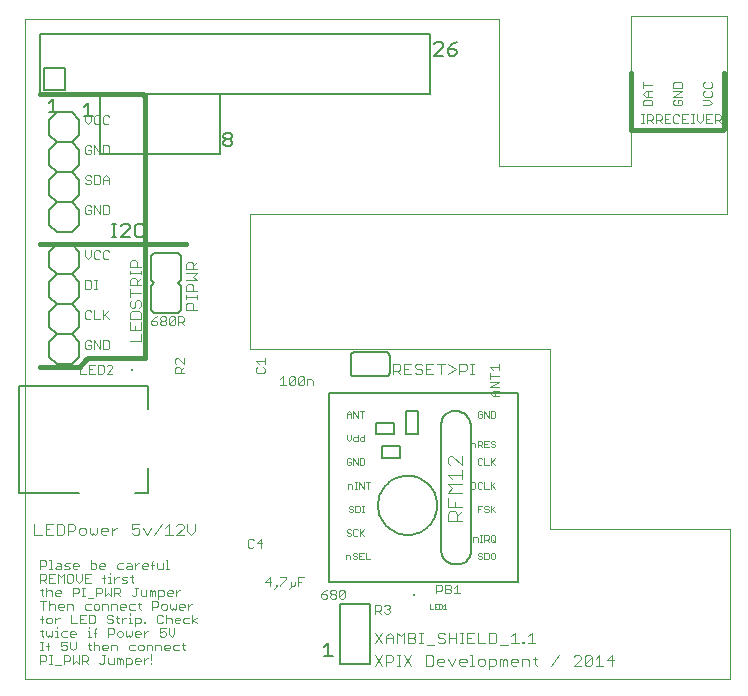
<source format=gto>
G75*
%MOIN*%
%OFA0B0*%
%FSLAX24Y24*%
%IPPOS*%
%LPD*%
%AMOC8*
5,1,8,0,0,1.08239X$1,22.5*
%
%ADD10C,0.0000*%
%ADD11C,0.0160*%
%ADD12C,0.0030*%
%ADD13C,0.0050*%
%ADD14C,0.0040*%
%ADD15C,0.0060*%
%ADD16C,0.0080*%
%ADD17R,0.0098X0.0098*%
%ADD18C,0.0020*%
%ADD19C,0.0010*%
D10*
X005976Y000558D02*
X029476Y000558D01*
X029476Y005558D01*
X023476Y005558D01*
X023476Y011558D01*
X013476Y011558D01*
X013476Y016058D01*
X029376Y016058D01*
X029376Y022658D01*
X026176Y022658D01*
X026176Y017658D01*
X021776Y017658D01*
X021776Y022558D01*
X005976Y022558D01*
X005976Y000558D01*
D11*
X006476Y010958D02*
X007724Y010958D01*
X007813Y010995D02*
X007976Y011158D01*
X007978Y011175D01*
X007982Y011192D01*
X007989Y011208D01*
X007999Y011222D01*
X008012Y011235D01*
X008026Y011245D01*
X008042Y011252D01*
X008059Y011256D01*
X008076Y011258D01*
X009976Y011258D01*
X009976Y014933D01*
X009976Y015183D02*
X009976Y019958D01*
X009974Y019975D01*
X009970Y019992D01*
X009963Y020008D01*
X009953Y020022D01*
X009940Y020035D01*
X009926Y020045D01*
X009910Y020052D01*
X009893Y020056D01*
X009876Y020058D01*
X006476Y020058D01*
X006476Y015058D02*
X011351Y015058D01*
X007812Y010995D02*
X007797Y010982D01*
X007781Y010972D01*
X007763Y010964D01*
X007744Y010960D01*
X007724Y010958D01*
X026176Y018858D02*
X029176Y018858D01*
X029193Y018860D01*
X029210Y018864D01*
X029226Y018871D01*
X029240Y018881D01*
X029253Y018894D01*
X029263Y018908D01*
X029270Y018924D01*
X029274Y018941D01*
X029276Y018958D01*
X029276Y020758D01*
X026176Y020758D02*
X026176Y018858D01*
D12*
X026511Y019103D02*
X026608Y019103D01*
X026559Y019103D02*
X026559Y019393D01*
X026511Y019393D02*
X026608Y019393D01*
X026707Y019393D02*
X026853Y019393D01*
X026901Y019345D01*
X026901Y019248D01*
X026853Y019200D01*
X026707Y019200D01*
X026707Y019103D02*
X026707Y019393D01*
X026804Y019200D02*
X026901Y019103D01*
X027002Y019103D02*
X027002Y019393D01*
X027147Y019393D01*
X027196Y019345D01*
X027196Y019248D01*
X027147Y019200D01*
X027002Y019200D01*
X027099Y019200D02*
X027196Y019103D01*
X027297Y019103D02*
X027297Y019393D01*
X027490Y019393D01*
X027591Y019345D02*
X027591Y019151D01*
X027640Y019103D01*
X027736Y019103D01*
X027785Y019151D01*
X027886Y019103D02*
X027886Y019393D01*
X028080Y019393D01*
X028181Y019393D02*
X028277Y019393D01*
X028229Y019393D02*
X028229Y019103D01*
X028181Y019103D02*
X028277Y019103D01*
X028377Y019200D02*
X028474Y019103D01*
X028571Y019200D01*
X028571Y019393D01*
X028672Y019393D02*
X028672Y019103D01*
X028865Y019103D01*
X028966Y019103D02*
X028966Y019393D01*
X029112Y019393D01*
X029160Y019345D01*
X029160Y019248D01*
X029112Y019200D01*
X028966Y019200D01*
X029063Y019200D02*
X029160Y019103D01*
X028865Y019393D02*
X028672Y019393D01*
X028672Y019248D02*
X028769Y019248D01*
X028377Y019200D02*
X028377Y019393D01*
X028080Y019103D02*
X027886Y019103D01*
X027886Y019248D02*
X027983Y019248D01*
X027785Y019345D02*
X027736Y019393D01*
X027640Y019393D01*
X027591Y019345D01*
X027393Y019248D02*
X027297Y019248D01*
X027297Y019103D02*
X027490Y019103D01*
X027639Y019689D02*
X027833Y019689D01*
X027881Y019737D01*
X027881Y019834D01*
X027833Y019883D01*
X027736Y019883D01*
X027736Y019786D01*
X027639Y019883D02*
X027591Y019834D01*
X027591Y019737D01*
X027639Y019689D01*
X027591Y019984D02*
X027881Y020177D01*
X027591Y020177D01*
X027591Y020278D02*
X027591Y020424D01*
X027639Y020472D01*
X027833Y020472D01*
X027881Y020424D01*
X027881Y020278D01*
X027591Y020278D01*
X027591Y019984D02*
X027881Y019984D01*
X028591Y020032D02*
X028639Y019984D01*
X028833Y019984D01*
X028881Y020032D01*
X028881Y020129D01*
X028833Y020177D01*
X028833Y020278D02*
X028881Y020327D01*
X028881Y020424D01*
X028833Y020472D01*
X028833Y020278D02*
X028639Y020278D01*
X028591Y020327D01*
X028591Y020424D01*
X028639Y020472D01*
X028639Y020177D02*
X028591Y020129D01*
X028591Y020032D01*
X028591Y019883D02*
X028784Y019883D01*
X028881Y019786D01*
X028784Y019689D01*
X028591Y019689D01*
X026881Y019689D02*
X026881Y019834D01*
X026833Y019883D01*
X026639Y019883D01*
X026591Y019834D01*
X026591Y019689D01*
X026881Y019689D01*
X026881Y019984D02*
X026687Y019984D01*
X026591Y020081D01*
X026687Y020177D01*
X026881Y020177D01*
X026736Y020177D02*
X026736Y019984D01*
X026591Y020278D02*
X026591Y020472D01*
X026591Y020375D02*
X026881Y020375D01*
X013961Y011261D02*
X013961Y011068D01*
X013961Y011164D02*
X013671Y011164D01*
X013767Y011068D01*
X013719Y010967D02*
X013671Y010918D01*
X013671Y010821D01*
X013719Y010773D01*
X013913Y010773D01*
X013961Y010821D01*
X013961Y010918D01*
X013913Y010967D01*
X014491Y010567D02*
X014588Y010663D01*
X014588Y010373D01*
X014684Y010373D02*
X014491Y010373D01*
X014786Y010421D02*
X014786Y010615D01*
X014834Y010663D01*
X014931Y010663D01*
X014979Y010615D01*
X014786Y010421D01*
X014834Y010373D01*
X014931Y010373D01*
X014979Y010421D01*
X014979Y010615D01*
X015080Y010615D02*
X015129Y010663D01*
X015225Y010663D01*
X015274Y010615D01*
X015080Y010421D01*
X015129Y010373D01*
X015225Y010373D01*
X015274Y010421D01*
X015274Y010615D01*
X015375Y010567D02*
X015520Y010567D01*
X015568Y010518D01*
X015568Y010373D01*
X015375Y010373D02*
X015375Y010567D01*
X015080Y010615D02*
X015080Y010421D01*
X011261Y010773D02*
X010971Y010773D01*
X010971Y010918D01*
X011019Y010967D01*
X011116Y010967D01*
X011164Y010918D01*
X011164Y010773D01*
X011164Y010870D02*
X011261Y010967D01*
X011261Y011068D02*
X011067Y011261D01*
X011019Y011261D01*
X010971Y011213D01*
X010971Y011116D01*
X011019Y011068D01*
X011261Y011068D02*
X011261Y011261D01*
X011268Y012373D02*
X011172Y012470D01*
X011220Y012470D02*
X011075Y012470D01*
X011075Y012373D02*
X011075Y012663D01*
X011220Y012663D01*
X011268Y012615D01*
X011268Y012518D01*
X011220Y012470D01*
X010974Y012421D02*
X010974Y012615D01*
X010780Y012421D01*
X010829Y012373D01*
X010925Y012373D01*
X010974Y012421D01*
X010780Y012421D02*
X010780Y012615D01*
X010829Y012663D01*
X010925Y012663D01*
X010974Y012615D01*
X010679Y012615D02*
X010679Y012567D01*
X010631Y012518D01*
X010534Y012518D01*
X010486Y012567D01*
X010486Y012615D01*
X010534Y012663D01*
X010631Y012663D01*
X010679Y012615D01*
X010631Y012518D02*
X010679Y012470D01*
X010679Y012421D01*
X010631Y012373D01*
X010534Y012373D01*
X010486Y012421D01*
X010486Y012470D01*
X010534Y012518D01*
X010384Y012470D02*
X010336Y012518D01*
X010191Y012518D01*
X010191Y012421D01*
X010239Y012373D01*
X010336Y012373D01*
X010384Y012421D01*
X010384Y012470D01*
X010288Y012615D02*
X010191Y012518D01*
X010288Y012615D02*
X010384Y012663D01*
X008774Y012573D02*
X008629Y012718D01*
X008580Y012670D02*
X008774Y012863D01*
X008580Y012863D02*
X008580Y012573D01*
X008479Y012573D02*
X008286Y012573D01*
X008286Y012863D01*
X008184Y012815D02*
X008136Y012863D01*
X008039Y012863D01*
X007991Y012815D01*
X007991Y012621D01*
X008039Y012573D01*
X008136Y012573D01*
X008184Y012621D01*
X008136Y011863D02*
X008039Y011863D01*
X007991Y011815D01*
X007991Y011621D01*
X008039Y011573D01*
X008136Y011573D01*
X008184Y011621D01*
X008184Y011718D01*
X008088Y011718D01*
X008184Y011815D02*
X008136Y011863D01*
X008286Y011863D02*
X008479Y011573D01*
X008479Y011863D01*
X008580Y011863D02*
X008725Y011863D01*
X008774Y011815D01*
X008774Y011621D01*
X008725Y011573D01*
X008580Y011573D01*
X008580Y011863D01*
X008286Y011863D02*
X008286Y011573D01*
X008301Y011043D02*
X008107Y011043D01*
X008107Y010753D01*
X008301Y010753D01*
X008402Y010753D02*
X008547Y010753D01*
X008595Y010801D01*
X008595Y010995D01*
X008547Y011043D01*
X008402Y011043D01*
X008402Y010753D01*
X008204Y010898D02*
X008107Y010898D01*
X008006Y010753D02*
X007812Y010753D01*
X007812Y011043D01*
X008696Y010995D02*
X008745Y011043D01*
X008841Y011043D01*
X008890Y010995D01*
X008890Y010947D01*
X008696Y010753D01*
X008890Y010753D01*
X008382Y013573D02*
X008286Y013573D01*
X008334Y013573D02*
X008334Y013863D01*
X008286Y013863D02*
X008382Y013863D01*
X008184Y013815D02*
X008136Y013863D01*
X007991Y013863D01*
X007991Y013573D01*
X008136Y013573D01*
X008184Y013621D01*
X008184Y013815D01*
X008088Y014573D02*
X008184Y014670D01*
X008184Y014863D01*
X008286Y014815D02*
X008286Y014621D01*
X008334Y014573D01*
X008431Y014573D01*
X008479Y014621D01*
X008580Y014621D02*
X008629Y014573D01*
X008725Y014573D01*
X008774Y014621D01*
X008580Y014621D02*
X008580Y014815D01*
X008629Y014863D01*
X008725Y014863D01*
X008774Y014815D01*
X008479Y014815D02*
X008431Y014863D01*
X008334Y014863D01*
X008286Y014815D01*
X007991Y014863D02*
X007991Y014670D01*
X008088Y014573D01*
X008039Y016073D02*
X008136Y016073D01*
X008184Y016121D01*
X008184Y016218D01*
X008088Y016218D01*
X008184Y016315D02*
X008136Y016363D01*
X008039Y016363D01*
X007991Y016315D01*
X007991Y016121D01*
X008039Y016073D01*
X008286Y016073D02*
X008286Y016363D01*
X008479Y016073D01*
X008479Y016363D01*
X008580Y016363D02*
X008580Y016073D01*
X008725Y016073D01*
X008774Y016121D01*
X008774Y016315D01*
X008725Y016363D01*
X008580Y016363D01*
X008580Y017073D02*
X008580Y017267D01*
X008677Y017363D01*
X008774Y017267D01*
X008774Y017073D01*
X008774Y017218D02*
X008580Y017218D01*
X008479Y017121D02*
X008479Y017315D01*
X008431Y017363D01*
X008286Y017363D01*
X008286Y017073D01*
X008431Y017073D01*
X008479Y017121D01*
X008184Y017121D02*
X008136Y017073D01*
X008039Y017073D01*
X007991Y017121D01*
X008039Y017218D02*
X008136Y017218D01*
X008184Y017170D01*
X008184Y017121D01*
X008039Y017218D02*
X007991Y017267D01*
X007991Y017315D01*
X008039Y017363D01*
X008136Y017363D01*
X008184Y017315D01*
X008136Y018073D02*
X008039Y018073D01*
X007991Y018121D01*
X007991Y018315D01*
X008039Y018363D01*
X008136Y018363D01*
X008184Y018315D01*
X008184Y018218D02*
X008088Y018218D01*
X008184Y018218D02*
X008184Y018121D01*
X008136Y018073D01*
X008286Y018073D02*
X008286Y018363D01*
X008479Y018073D01*
X008479Y018363D01*
X008580Y018363D02*
X008580Y018073D01*
X008725Y018073D01*
X008774Y018121D01*
X008774Y018315D01*
X008725Y018363D01*
X008580Y018363D01*
X008629Y019073D02*
X008725Y019073D01*
X008774Y019121D01*
X008629Y019073D02*
X008580Y019121D01*
X008580Y019315D01*
X008629Y019363D01*
X008725Y019363D01*
X008774Y019315D01*
X008479Y019315D02*
X008431Y019363D01*
X008334Y019363D01*
X008286Y019315D01*
X008286Y019121D01*
X008334Y019073D01*
X008431Y019073D01*
X008479Y019121D01*
X008184Y019170D02*
X008184Y019363D01*
X007991Y019363D02*
X007991Y019170D01*
X008088Y019073D01*
X008184Y019170D01*
X021491Y010975D02*
X021781Y010975D01*
X021781Y010878D02*
X021781Y011072D01*
X021587Y010878D02*
X021491Y010975D01*
X021491Y010777D02*
X021491Y010584D01*
X021491Y010681D02*
X021781Y010681D01*
X021781Y010483D02*
X021491Y010483D01*
X021491Y010289D02*
X021781Y010483D01*
X021781Y010289D02*
X021491Y010289D01*
X021587Y010188D02*
X021781Y010188D01*
X021636Y010188D02*
X021636Y009994D01*
X021587Y009994D02*
X021491Y010091D01*
X021587Y010188D01*
X021587Y009994D02*
X021781Y009994D01*
X013841Y005243D02*
X013696Y005098D01*
X013890Y005098D01*
X013841Y004953D02*
X013841Y005243D01*
X013595Y005195D02*
X013547Y005243D01*
X013450Y005243D01*
X013402Y005195D01*
X013402Y005001D01*
X013450Y004953D01*
X013547Y004953D01*
X013595Y005001D01*
X014136Y003963D02*
X013991Y003818D01*
X014184Y003818D01*
X014136Y003673D02*
X014136Y003963D01*
X014334Y003721D02*
X014334Y003673D01*
X014382Y003673D01*
X014382Y003721D01*
X014334Y003721D01*
X014382Y003673D02*
X014286Y003576D01*
X014482Y003673D02*
X014482Y003721D01*
X014676Y003915D01*
X014676Y003963D01*
X014482Y003963D01*
X014825Y003818D02*
X014825Y003721D01*
X014825Y003625D01*
X014777Y003576D01*
X014873Y003673D02*
X014922Y003673D01*
X014970Y003721D01*
X014970Y003818D01*
X015071Y003818D02*
X015168Y003818D01*
X015071Y003673D02*
X015071Y003963D01*
X015265Y003963D01*
X014873Y003673D02*
X014825Y003721D01*
X015857Y003398D02*
X016002Y003398D01*
X016051Y003350D01*
X016051Y003301D01*
X016002Y003253D01*
X015905Y003253D01*
X015857Y003301D01*
X015857Y003398D01*
X015954Y003495D01*
X016051Y003543D01*
X016152Y003495D02*
X016200Y003543D01*
X016297Y003543D01*
X016345Y003495D01*
X016345Y003447D01*
X016297Y003398D01*
X016200Y003398D01*
X016152Y003447D01*
X016152Y003495D01*
X016200Y003398D02*
X016152Y003350D01*
X016152Y003301D01*
X016200Y003253D01*
X016297Y003253D01*
X016345Y003301D01*
X016345Y003350D01*
X016297Y003398D01*
X016446Y003301D02*
X016640Y003495D01*
X016640Y003301D01*
X016591Y003253D01*
X016495Y003253D01*
X016446Y003301D01*
X016446Y003495D01*
X016495Y003543D01*
X016591Y003543D01*
X016640Y003495D01*
X017652Y003043D02*
X017797Y003043D01*
X017845Y002995D01*
X017845Y002898D01*
X017797Y002850D01*
X017652Y002850D01*
X017748Y002850D02*
X017845Y002753D01*
X017946Y002801D02*
X017995Y002753D01*
X018091Y002753D01*
X018140Y002801D01*
X018140Y002850D01*
X018091Y002898D01*
X018043Y002898D01*
X018091Y002898D02*
X018140Y002947D01*
X018140Y002995D01*
X018091Y003043D01*
X017995Y003043D01*
X017946Y002995D01*
X017652Y003043D02*
X017652Y002753D01*
X019691Y003423D02*
X019691Y003713D01*
X019836Y003713D01*
X019884Y003665D01*
X019884Y003568D01*
X019836Y003520D01*
X019691Y003520D01*
X019986Y003568D02*
X020131Y003568D01*
X020179Y003520D01*
X020179Y003471D01*
X020131Y003423D01*
X019986Y003423D01*
X019986Y003713D01*
X020131Y003713D01*
X020179Y003665D01*
X020179Y003617D01*
X020131Y003568D01*
X020280Y003617D02*
X020377Y003713D01*
X020377Y003423D01*
X020280Y003423D02*
X020474Y003423D01*
X011694Y002620D02*
X011549Y002523D01*
X011694Y002427D01*
X011549Y002427D02*
X011549Y002717D01*
X011448Y002620D02*
X011303Y002620D01*
X011255Y002572D01*
X011255Y002475D01*
X011303Y002427D01*
X011448Y002427D01*
X011153Y002523D02*
X010960Y002523D01*
X010960Y002475D02*
X010960Y002572D01*
X011008Y002620D01*
X011105Y002620D01*
X011153Y002572D01*
X011153Y002523D01*
X011105Y002427D02*
X011008Y002427D01*
X010960Y002475D01*
X010859Y002427D02*
X010859Y002572D01*
X010810Y002620D01*
X010714Y002620D01*
X010665Y002572D01*
X010564Y002669D02*
X010516Y002717D01*
X010419Y002717D01*
X010371Y002669D01*
X010371Y002475D01*
X010419Y002427D01*
X010516Y002427D01*
X010564Y002475D01*
X010665Y002427D02*
X010665Y002717D01*
X010663Y002878D02*
X010566Y002878D01*
X010518Y002926D01*
X010518Y003023D01*
X010566Y003071D01*
X010663Y003071D01*
X010711Y003023D01*
X010711Y002926D01*
X010663Y002878D01*
X010813Y002926D02*
X010861Y002878D01*
X010909Y002926D01*
X010958Y002878D01*
X011006Y002926D01*
X011006Y003071D01*
X011107Y003023D02*
X011156Y003071D01*
X011252Y003071D01*
X011301Y003023D01*
X011301Y002975D01*
X011107Y002975D01*
X011107Y003023D02*
X011107Y002926D01*
X011156Y002878D01*
X011252Y002878D01*
X011402Y002878D02*
X011402Y003071D01*
X011402Y002975D02*
X011499Y003071D01*
X011547Y003071D01*
X011154Y003523D02*
X011106Y003523D01*
X011009Y003426D01*
X011009Y003329D02*
X011009Y003523D01*
X010908Y003474D02*
X010908Y003426D01*
X010714Y003426D01*
X010714Y003474D02*
X010763Y003523D01*
X010859Y003523D01*
X010908Y003474D01*
X010859Y003329D02*
X010763Y003329D01*
X010714Y003377D01*
X010714Y003474D01*
X010613Y003474D02*
X010613Y003377D01*
X010565Y003329D01*
X010420Y003329D01*
X010420Y003232D02*
X010420Y003523D01*
X010565Y003523D01*
X010613Y003474D01*
X010319Y003474D02*
X010319Y003329D01*
X010222Y003329D02*
X010222Y003474D01*
X010270Y003523D01*
X010319Y003474D01*
X010222Y003474D02*
X010173Y003523D01*
X010125Y003523D01*
X010125Y003329D01*
X010024Y003329D02*
X010024Y003523D01*
X009830Y003523D02*
X009830Y003377D01*
X009879Y003329D01*
X010024Y003329D01*
X010223Y003168D02*
X010368Y003168D01*
X010417Y003120D01*
X010417Y003023D01*
X010368Y002975D01*
X010223Y002975D01*
X010223Y002878D02*
X010223Y003168D01*
X009829Y003071D02*
X009732Y003071D01*
X009781Y003120D02*
X009781Y002926D01*
X009829Y002878D01*
X009631Y002878D02*
X009486Y002878D01*
X009438Y002926D01*
X009438Y003023D01*
X009486Y003071D01*
X009631Y003071D01*
X009632Y003329D02*
X009681Y003377D01*
X009681Y003619D01*
X009729Y003619D02*
X009632Y003619D01*
X009583Y003780D02*
X009535Y003829D01*
X009535Y004022D01*
X009487Y003974D02*
X009583Y003974D01*
X009385Y003974D02*
X009240Y003974D01*
X009192Y003925D01*
X009240Y003877D01*
X009337Y003877D01*
X009385Y003829D01*
X009337Y003780D01*
X009192Y003780D01*
X009092Y003619D02*
X008946Y003619D01*
X008946Y003329D01*
X008946Y003426D02*
X009092Y003426D01*
X009140Y003474D01*
X009140Y003571D01*
X009092Y003619D01*
X009043Y003426D02*
X009140Y003329D01*
X009191Y003071D02*
X009288Y003071D01*
X009336Y003023D01*
X009336Y002975D01*
X009143Y002975D01*
X009143Y003023D02*
X009191Y003071D01*
X009143Y003023D02*
X009143Y002926D01*
X009191Y002878D01*
X009288Y002878D01*
X009486Y002765D02*
X009486Y002717D01*
X009486Y002620D02*
X009486Y002427D01*
X009438Y002427D02*
X009534Y002427D01*
X009634Y002427D02*
X009779Y002427D01*
X009827Y002475D01*
X009827Y002572D01*
X009779Y002620D01*
X009634Y002620D01*
X009634Y002330D01*
X009682Y002169D02*
X009779Y002169D01*
X009827Y002121D01*
X009827Y002072D01*
X009634Y002072D01*
X009634Y002024D02*
X009634Y002121D01*
X009682Y002169D01*
X009533Y002169D02*
X009533Y002024D01*
X009484Y001975D01*
X009436Y002024D01*
X009388Y001975D01*
X009339Y002024D01*
X009339Y002169D01*
X009238Y002121D02*
X009190Y002169D01*
X009093Y002169D01*
X009045Y002121D01*
X009045Y002024D01*
X009093Y001975D01*
X009190Y001975D01*
X009238Y002024D01*
X009238Y002121D01*
X008943Y002121D02*
X008895Y002072D01*
X008750Y002072D01*
X008750Y001975D02*
X008750Y002266D01*
X008895Y002266D01*
X008943Y002217D01*
X008943Y002121D01*
X008846Y002427D02*
X008749Y002427D01*
X008701Y002475D01*
X008749Y002572D02*
X008846Y002572D01*
X008894Y002523D01*
X008894Y002475D01*
X008846Y002427D01*
X008749Y002572D02*
X008701Y002620D01*
X008701Y002669D01*
X008749Y002717D01*
X008846Y002717D01*
X008894Y002669D01*
X008996Y002620D02*
X009092Y002620D01*
X009044Y002669D02*
X009044Y002475D01*
X009092Y002427D01*
X009192Y002427D02*
X009192Y002620D01*
X009192Y002523D02*
X009289Y002620D01*
X009337Y002620D01*
X009438Y002620D02*
X009486Y002620D01*
X009929Y002475D02*
X009977Y002475D01*
X009977Y002427D01*
X009929Y002427D01*
X009929Y002475D01*
X009929Y002169D02*
X009929Y001975D01*
X009929Y002072D02*
X010025Y002169D01*
X010074Y002169D01*
X009779Y001975D02*
X009682Y001975D01*
X009634Y002024D01*
X009631Y001718D02*
X009486Y001718D01*
X009438Y001669D01*
X009438Y001573D01*
X009486Y001524D01*
X009631Y001524D01*
X009732Y001573D02*
X009781Y001524D01*
X009877Y001524D01*
X009926Y001573D01*
X009926Y001669D01*
X009877Y001718D01*
X009781Y001718D01*
X009732Y001669D01*
X009732Y001573D01*
X010027Y001524D02*
X010027Y001718D01*
X010172Y001718D01*
X010220Y001669D01*
X010220Y001524D01*
X010321Y001524D02*
X010321Y001718D01*
X010467Y001718D01*
X010515Y001669D01*
X010515Y001524D01*
X010616Y001573D02*
X010616Y001669D01*
X010664Y001718D01*
X010761Y001718D01*
X010810Y001669D01*
X010810Y001621D01*
X010616Y001621D01*
X010616Y001573D02*
X010664Y001524D01*
X010761Y001524D01*
X010911Y001573D02*
X010959Y001524D01*
X011104Y001524D01*
X011254Y001573D02*
X011302Y001524D01*
X011254Y001573D02*
X011254Y001766D01*
X011302Y001718D02*
X011205Y001718D01*
X011104Y001718D02*
X010959Y001718D01*
X010911Y001669D01*
X010911Y001573D01*
X010860Y001975D02*
X010957Y002072D01*
X010957Y002266D01*
X010763Y002266D02*
X010763Y002072D01*
X010860Y001975D01*
X010662Y002024D02*
X010614Y001975D01*
X010517Y001975D01*
X010469Y002024D01*
X010469Y002121D02*
X010566Y002169D01*
X010614Y002169D01*
X010662Y002121D01*
X010662Y002024D01*
X010469Y002121D02*
X010469Y002266D01*
X010662Y002266D01*
X010813Y002926D02*
X010813Y003071D01*
X009632Y003329D02*
X009584Y003329D01*
X009536Y003377D01*
X009042Y003023D02*
X008993Y003071D01*
X008848Y003071D01*
X008848Y002878D01*
X008747Y002878D02*
X008747Y003023D01*
X008699Y003071D01*
X008554Y003071D01*
X008554Y002878D01*
X008452Y002926D02*
X008452Y003023D01*
X008404Y003071D01*
X008307Y003071D01*
X008259Y003023D01*
X008259Y002926D01*
X008307Y002878D01*
X008404Y002878D01*
X008452Y002926D01*
X008257Y002717D02*
X008112Y002717D01*
X008112Y002427D01*
X008257Y002427D01*
X008305Y002475D01*
X008305Y002669D01*
X008257Y002717D01*
X008158Y002878D02*
X008013Y002878D01*
X007964Y002926D01*
X007964Y003023D01*
X008013Y003071D01*
X008158Y003071D01*
X008062Y003281D02*
X008256Y003281D01*
X008357Y003329D02*
X008357Y003619D01*
X008502Y003619D01*
X008551Y003571D01*
X008551Y003474D01*
X008502Y003426D01*
X008357Y003426D01*
X008652Y003329D02*
X008652Y003619D01*
X008602Y003780D02*
X008602Y004022D01*
X008650Y004071D01*
X008750Y003974D02*
X008798Y003974D01*
X008798Y003780D01*
X008750Y003780D02*
X008847Y003780D01*
X008946Y003780D02*
X008946Y003974D01*
X008946Y003877D02*
X009043Y003974D01*
X009092Y003974D01*
X009093Y004231D02*
X009238Y004231D01*
X009339Y004280D02*
X009388Y004328D01*
X009533Y004328D01*
X009533Y004377D02*
X009533Y004231D01*
X009388Y004231D01*
X009339Y004280D01*
X009388Y004425D02*
X009484Y004425D01*
X009533Y004377D01*
X009634Y004425D02*
X009634Y004231D01*
X009634Y004328D02*
X009731Y004425D01*
X009779Y004425D01*
X009879Y004377D02*
X009879Y004280D01*
X009928Y004231D01*
X010025Y004231D01*
X010073Y004328D02*
X009879Y004328D01*
X009879Y004377D02*
X009928Y004425D01*
X010025Y004425D01*
X010073Y004377D01*
X010073Y004328D01*
X010174Y004377D02*
X010271Y004377D01*
X010223Y004473D02*
X010271Y004522D01*
X010223Y004473D02*
X010223Y004231D01*
X010371Y004280D02*
X010371Y004425D01*
X010371Y004280D02*
X010419Y004231D01*
X010564Y004231D01*
X010564Y004425D01*
X010665Y004522D02*
X010714Y004522D01*
X010714Y004231D01*
X010762Y004231D02*
X010665Y004231D01*
X009238Y004425D02*
X009093Y004425D01*
X009045Y004377D01*
X009045Y004280D01*
X009093Y004231D01*
X008798Y004119D02*
X008798Y004071D01*
X008650Y003925D02*
X008554Y003925D01*
X008600Y004231D02*
X008504Y004231D01*
X008455Y004280D01*
X008455Y004377D01*
X008504Y004425D01*
X008600Y004425D01*
X008649Y004377D01*
X008649Y004328D01*
X008455Y004328D01*
X008354Y004280D02*
X008354Y004377D01*
X008306Y004425D01*
X008161Y004425D01*
X008161Y004522D02*
X008161Y004231D01*
X008306Y004231D01*
X008354Y004280D01*
X008158Y004071D02*
X007964Y004071D01*
X007964Y003780D01*
X008158Y003780D01*
X008061Y003925D02*
X007964Y003925D01*
X007863Y003877D02*
X007863Y004071D01*
X007670Y004071D02*
X007670Y003877D01*
X007766Y003780D01*
X007863Y003877D01*
X007866Y003619D02*
X007963Y003619D01*
X007914Y003619D02*
X007914Y003329D01*
X007866Y003329D02*
X007963Y003329D01*
X007765Y003474D02*
X007716Y003426D01*
X007571Y003426D01*
X007571Y003329D02*
X007571Y003619D01*
X007716Y003619D01*
X007765Y003571D01*
X007765Y003474D01*
X007520Y003071D02*
X007568Y003023D01*
X007568Y002878D01*
X007522Y002717D02*
X007522Y002427D01*
X007716Y002427D01*
X007817Y002427D02*
X008010Y002427D01*
X008111Y002314D02*
X008111Y002266D01*
X008111Y002169D02*
X008111Y001975D01*
X008159Y001975D02*
X008062Y001975D01*
X008062Y002169D02*
X008111Y002169D01*
X008259Y002121D02*
X008356Y002121D01*
X008307Y002217D02*
X008356Y002266D01*
X008307Y002217D02*
X008307Y001975D01*
X008259Y001815D02*
X008259Y001524D01*
X008159Y001524D02*
X008111Y001573D01*
X008111Y001766D01*
X008159Y001718D02*
X008062Y001718D01*
X008259Y001669D02*
X008307Y001718D01*
X008404Y001718D01*
X008452Y001669D01*
X008452Y001524D01*
X008554Y001573D02*
X008554Y001669D01*
X008602Y001718D01*
X008699Y001718D01*
X008747Y001669D01*
X008747Y001621D01*
X008554Y001621D01*
X008554Y001573D02*
X008602Y001524D01*
X008699Y001524D01*
X008848Y001524D02*
X008848Y001718D01*
X008993Y001718D01*
X009042Y001669D01*
X009042Y001524D01*
X009045Y001267D02*
X009093Y001267D01*
X009141Y001218D01*
X009190Y001267D01*
X009238Y001218D01*
X009238Y001073D01*
X009141Y001073D02*
X009141Y001218D01*
X009045Y001267D02*
X009045Y001073D01*
X008943Y001073D02*
X008943Y001267D01*
X008750Y001267D02*
X008750Y001121D01*
X008798Y001073D01*
X008943Y001073D01*
X008600Y001121D02*
X008600Y001363D01*
X008552Y001363D02*
X008649Y001363D01*
X008600Y001121D02*
X008552Y001073D01*
X008504Y001073D01*
X008455Y001121D01*
X008060Y001073D02*
X007963Y001170D01*
X008011Y001170D02*
X007866Y001170D01*
X007866Y001073D02*
X007866Y001363D01*
X008011Y001363D01*
X008060Y001315D01*
X008060Y001218D01*
X008011Y001170D01*
X007765Y001073D02*
X007765Y001363D01*
X007571Y001363D02*
X007571Y001073D01*
X007668Y001170D01*
X007765Y001073D01*
X007470Y001218D02*
X007470Y001315D01*
X007422Y001363D01*
X007277Y001363D01*
X007277Y001073D01*
X007277Y001170D02*
X007422Y001170D01*
X007470Y001218D01*
X007176Y001025D02*
X006982Y001025D01*
X006882Y001073D02*
X006786Y001073D01*
X006834Y001073D02*
X006834Y001363D01*
X006786Y001363D02*
X006882Y001363D01*
X006684Y001315D02*
X006684Y001218D01*
X006636Y001170D01*
X006491Y001170D01*
X006491Y001073D02*
X006491Y001363D01*
X006636Y001363D01*
X006684Y001315D01*
X006736Y001524D02*
X006736Y001766D01*
X006784Y001815D01*
X006784Y001669D02*
X006687Y001669D01*
X006588Y001524D02*
X006491Y001524D01*
X006539Y001524D02*
X006539Y001815D01*
X006491Y001815D02*
X006588Y001815D01*
X006588Y001975D02*
X006539Y002024D01*
X006539Y002217D01*
X006491Y002169D02*
X006588Y002169D01*
X006687Y002169D02*
X006687Y002024D01*
X006736Y001975D01*
X006784Y002024D01*
X006833Y001975D01*
X006881Y002024D01*
X006881Y002169D01*
X006982Y002169D02*
X007030Y002169D01*
X007030Y001975D01*
X006982Y001975D02*
X007079Y001975D01*
X007179Y002024D02*
X007227Y001975D01*
X007372Y001975D01*
X007473Y002024D02*
X007522Y001975D01*
X007618Y001975D01*
X007667Y002072D02*
X007473Y002072D01*
X007473Y002024D02*
X007473Y002121D01*
X007522Y002169D01*
X007618Y002169D01*
X007667Y002121D01*
X007667Y002072D01*
X007667Y001815D02*
X007667Y001621D01*
X007570Y001524D01*
X007473Y001621D01*
X007473Y001815D01*
X007372Y001815D02*
X007179Y001815D01*
X007179Y001669D01*
X007275Y001718D01*
X007324Y001718D01*
X007372Y001669D01*
X007372Y001573D01*
X007324Y001524D01*
X007227Y001524D01*
X007179Y001573D01*
X007179Y002024D02*
X007179Y002121D01*
X007227Y002169D01*
X007372Y002169D01*
X007030Y002266D02*
X007030Y002314D01*
X006982Y002427D02*
X006982Y002620D01*
X006982Y002523D02*
X007079Y002620D01*
X007127Y002620D01*
X006881Y002572D02*
X006833Y002620D01*
X006736Y002620D01*
X006687Y002572D01*
X006687Y002475D01*
X006736Y002427D01*
X006833Y002427D01*
X006881Y002475D01*
X006881Y002572D01*
X006588Y002572D02*
X006491Y002572D01*
X006539Y002669D02*
X006588Y002717D01*
X006539Y002669D02*
X006539Y002427D01*
X006588Y002878D02*
X006588Y003168D01*
X006684Y003168D02*
X006491Y003168D01*
X006588Y003329D02*
X006539Y003377D01*
X006539Y003571D01*
X006491Y003523D02*
X006588Y003523D01*
X006687Y003474D02*
X006736Y003523D01*
X006833Y003523D01*
X006881Y003474D01*
X006881Y003329D01*
X006982Y003377D02*
X006982Y003474D01*
X007030Y003523D01*
X007127Y003523D01*
X007176Y003474D01*
X007176Y003426D01*
X006982Y003426D01*
X006982Y003377D02*
X007030Y003329D01*
X007127Y003329D01*
X007129Y003071D02*
X007225Y003071D01*
X007274Y003023D01*
X007274Y002975D01*
X007080Y002975D01*
X007080Y003023D02*
X007129Y003071D01*
X007080Y003023D02*
X007080Y002926D01*
X007129Y002878D01*
X007225Y002878D01*
X007375Y002878D02*
X007375Y003071D01*
X007520Y003071D01*
X006979Y003023D02*
X006979Y002878D01*
X006979Y003023D02*
X006931Y003071D01*
X006834Y003071D01*
X006786Y003023D01*
X006786Y003168D02*
X006786Y002878D01*
X006687Y003329D02*
X006687Y003619D01*
X006684Y003780D02*
X006588Y003877D01*
X006636Y003877D02*
X006491Y003877D01*
X006491Y003780D02*
X006491Y004071D01*
X006636Y004071D01*
X006684Y004022D01*
X006684Y003925D01*
X006636Y003877D01*
X006786Y003925D02*
X006882Y003925D01*
X006786Y003780D02*
X006979Y003780D01*
X007080Y003780D02*
X007080Y004071D01*
X007177Y003974D01*
X007274Y004071D01*
X007274Y003780D01*
X007375Y003829D02*
X007423Y003780D01*
X007520Y003780D01*
X007568Y003829D01*
X007568Y004022D01*
X007520Y004071D01*
X007423Y004071D01*
X007375Y004022D01*
X007375Y003829D01*
X007422Y004231D02*
X007470Y004280D01*
X007422Y004328D01*
X007325Y004328D01*
X007277Y004377D01*
X007325Y004425D01*
X007470Y004425D01*
X007571Y004377D02*
X007620Y004425D01*
X007716Y004425D01*
X007765Y004377D01*
X007765Y004328D01*
X007571Y004328D01*
X007571Y004280D02*
X007571Y004377D01*
X007571Y004280D02*
X007620Y004231D01*
X007716Y004231D01*
X007422Y004231D02*
X007277Y004231D01*
X007176Y004231D02*
X007176Y004377D01*
X007127Y004425D01*
X007030Y004425D01*
X007030Y004328D02*
X007176Y004328D01*
X007176Y004231D02*
X007030Y004231D01*
X006982Y004280D01*
X007030Y004328D01*
X006882Y004231D02*
X006786Y004231D01*
X006834Y004231D02*
X006834Y004522D01*
X006786Y004522D01*
X006684Y004473D02*
X006684Y004377D01*
X006636Y004328D01*
X006491Y004328D01*
X006491Y004231D02*
X006491Y004522D01*
X006636Y004522D01*
X006684Y004473D01*
X006786Y004071D02*
X006786Y003780D01*
X006786Y004071D02*
X006979Y004071D01*
X008652Y003329D02*
X008749Y003426D01*
X008845Y003329D01*
X008845Y003619D01*
X009042Y003023D02*
X009042Y002878D01*
X008010Y002717D02*
X007817Y002717D01*
X007817Y002427D01*
X007817Y002572D02*
X007914Y002572D01*
X009339Y001267D02*
X009484Y001267D01*
X009533Y001218D01*
X009533Y001121D01*
X009484Y001073D01*
X009339Y001073D01*
X009339Y000976D02*
X009339Y001267D01*
X009634Y001218D02*
X009682Y001267D01*
X009779Y001267D01*
X009827Y001218D01*
X009827Y001170D01*
X009634Y001170D01*
X009634Y001218D02*
X009634Y001121D01*
X009682Y001073D01*
X009779Y001073D01*
X009929Y001073D02*
X009929Y001267D01*
X010025Y001267D02*
X010074Y001267D01*
X010025Y001267D02*
X009929Y001170D01*
X010174Y001218D02*
X010174Y001412D01*
X010174Y001121D02*
X010174Y001073D01*
X010281Y005373D02*
X010528Y005743D01*
X010649Y005620D02*
X010773Y005743D01*
X010773Y005373D01*
X010896Y005373D02*
X010649Y005373D01*
X011018Y005373D02*
X011265Y005620D01*
X011265Y005682D01*
X011203Y005743D01*
X011079Y005743D01*
X011018Y005682D01*
X011018Y005373D02*
X011265Y005373D01*
X011386Y005497D02*
X011509Y005373D01*
X011633Y005497D01*
X011633Y005743D01*
X011386Y005743D02*
X011386Y005497D01*
X010160Y005620D02*
X010036Y005373D01*
X009913Y005620D01*
X009791Y005558D02*
X009791Y005435D01*
X009730Y005373D01*
X009606Y005373D01*
X009544Y005435D01*
X009544Y005558D02*
X009668Y005620D01*
X009730Y005620D01*
X009791Y005558D01*
X009791Y005743D02*
X009544Y005743D01*
X009544Y005558D01*
X009054Y005620D02*
X008993Y005620D01*
X008869Y005497D01*
X008748Y005497D02*
X008501Y005497D01*
X008501Y005558D02*
X008501Y005435D01*
X008563Y005373D01*
X008686Y005373D01*
X008748Y005497D02*
X008748Y005558D01*
X008686Y005620D01*
X008563Y005620D01*
X008501Y005558D01*
X008379Y005620D02*
X008379Y005435D01*
X008318Y005373D01*
X008256Y005435D01*
X008194Y005373D01*
X008133Y005435D01*
X008133Y005620D01*
X008011Y005558D02*
X008011Y005435D01*
X007949Y005373D01*
X007826Y005373D01*
X007764Y005435D01*
X007764Y005558D01*
X007826Y005620D01*
X007949Y005620D01*
X008011Y005558D01*
X007643Y005558D02*
X007581Y005497D01*
X007396Y005497D01*
X007396Y005373D02*
X007396Y005743D01*
X007581Y005743D01*
X007643Y005682D01*
X007643Y005558D01*
X007274Y005435D02*
X007274Y005682D01*
X007213Y005743D01*
X007028Y005743D01*
X007028Y005373D01*
X007213Y005373D01*
X007274Y005435D01*
X006906Y005373D02*
X006659Y005373D01*
X006659Y005743D01*
X006906Y005743D01*
X006783Y005558D02*
X006659Y005558D01*
X006538Y005373D02*
X006291Y005373D01*
X006291Y005743D01*
X008869Y005620D02*
X008869Y005373D01*
D13*
X016114Y003802D02*
X016114Y010101D01*
X022413Y010101D01*
X022413Y003802D01*
X016114Y003802D01*
X016460Y003058D02*
X016460Y001058D01*
X017460Y001058D01*
X017460Y003058D01*
X016460Y003058D01*
X016075Y001783D02*
X016075Y001333D01*
X015925Y001333D02*
X016225Y001333D01*
X015925Y001633D02*
X016075Y001783D01*
X020294Y004393D02*
X020398Y004393D01*
X020439Y004395D01*
X020479Y004400D01*
X020518Y004410D01*
X020557Y004423D01*
X020594Y004439D01*
X020630Y004459D01*
X020663Y004482D01*
X020694Y004508D01*
X020723Y004537D01*
X020749Y004568D01*
X020772Y004601D01*
X020792Y004637D01*
X020808Y004674D01*
X020821Y004713D01*
X020831Y004752D01*
X020836Y004792D01*
X020838Y004833D01*
X020838Y008967D01*
X020836Y009012D01*
X020831Y009057D01*
X020821Y009101D01*
X020809Y009144D01*
X020792Y009186D01*
X020772Y009226D01*
X020749Y009265D01*
X020723Y009301D01*
X020694Y009335D01*
X020662Y009367D01*
X020628Y009396D01*
X020592Y009422D01*
X020553Y009445D01*
X020513Y009465D01*
X020471Y009482D01*
X020428Y009494D01*
X020384Y009504D01*
X020339Y009509D01*
X020294Y009511D01*
X020253Y009509D01*
X020213Y009504D01*
X020174Y009494D01*
X020135Y009481D01*
X020098Y009465D01*
X020062Y009445D01*
X020029Y009422D01*
X019998Y009396D01*
X019969Y009367D01*
X019943Y009336D01*
X019920Y009303D01*
X019900Y009267D01*
X019884Y009230D01*
X019871Y009191D01*
X019861Y009152D01*
X019856Y009112D01*
X019854Y009071D01*
X019854Y004833D01*
X019856Y004792D01*
X019861Y004752D01*
X019871Y004713D01*
X019884Y004674D01*
X019900Y004637D01*
X019920Y004601D01*
X019943Y004568D01*
X019969Y004537D01*
X019998Y004508D01*
X020029Y004482D01*
X020062Y004459D01*
X020098Y004439D01*
X020135Y004423D01*
X020174Y004410D01*
X020213Y004400D01*
X020253Y004395D01*
X020294Y004393D01*
X017742Y006361D02*
X017744Y006423D01*
X017750Y006486D01*
X017760Y006547D01*
X017774Y006608D01*
X017791Y006668D01*
X017812Y006727D01*
X017838Y006784D01*
X017866Y006839D01*
X017898Y006893D01*
X017934Y006944D01*
X017972Y006994D01*
X018014Y007040D01*
X018058Y007084D01*
X018106Y007125D01*
X018155Y007163D01*
X018207Y007197D01*
X018261Y007228D01*
X018317Y007256D01*
X018375Y007280D01*
X018434Y007301D01*
X018494Y007317D01*
X018555Y007330D01*
X018617Y007339D01*
X018679Y007344D01*
X018742Y007345D01*
X018804Y007342D01*
X018866Y007335D01*
X018928Y007324D01*
X018988Y007309D01*
X019048Y007291D01*
X019106Y007269D01*
X019163Y007243D01*
X019218Y007213D01*
X019271Y007180D01*
X019322Y007144D01*
X019370Y007105D01*
X019416Y007062D01*
X019459Y007017D01*
X019499Y006969D01*
X019536Y006919D01*
X019570Y006866D01*
X019601Y006812D01*
X019627Y006756D01*
X019651Y006698D01*
X019670Y006638D01*
X019686Y006578D01*
X019698Y006516D01*
X019706Y006455D01*
X019710Y006392D01*
X019710Y006330D01*
X019706Y006267D01*
X019698Y006206D01*
X019686Y006144D01*
X019670Y006084D01*
X019651Y006024D01*
X019627Y005966D01*
X019601Y005910D01*
X019570Y005856D01*
X019536Y005803D01*
X019499Y005753D01*
X019459Y005705D01*
X019416Y005660D01*
X019370Y005617D01*
X019322Y005578D01*
X019271Y005542D01*
X019218Y005509D01*
X019163Y005479D01*
X019106Y005453D01*
X019048Y005431D01*
X018988Y005413D01*
X018928Y005398D01*
X018866Y005387D01*
X018804Y005380D01*
X018742Y005377D01*
X018679Y005378D01*
X018617Y005383D01*
X018555Y005392D01*
X018494Y005405D01*
X018434Y005421D01*
X018375Y005442D01*
X018317Y005466D01*
X018261Y005494D01*
X018207Y005525D01*
X018155Y005559D01*
X018106Y005597D01*
X018058Y005638D01*
X018014Y005682D01*
X017972Y005728D01*
X017934Y005778D01*
X017898Y005829D01*
X017866Y005883D01*
X017838Y005938D01*
X017812Y005995D01*
X017791Y006054D01*
X017774Y006114D01*
X017760Y006175D01*
X017750Y006236D01*
X017744Y006299D01*
X017742Y006361D01*
X017885Y007936D02*
X017885Y008330D01*
X018476Y008330D01*
X018476Y007936D01*
X017885Y007936D01*
X017689Y008723D02*
X018279Y008723D01*
X018279Y009117D01*
X017689Y009117D01*
X017689Y008723D01*
X018673Y008723D02*
X018673Y009511D01*
X019067Y009511D01*
X019067Y008723D01*
X018673Y008723D01*
X009939Y015378D02*
X009863Y015303D01*
X009713Y015303D01*
X009638Y015378D01*
X009638Y015678D01*
X009713Y015753D01*
X009863Y015753D01*
X009939Y015678D01*
X009478Y015678D02*
X009478Y015603D01*
X009178Y015303D01*
X009478Y015303D01*
X009021Y015303D02*
X008871Y015303D01*
X008946Y015303D02*
X008946Y015753D01*
X008871Y015753D02*
X009021Y015753D01*
X009178Y015678D02*
X009253Y015753D01*
X009403Y015753D01*
X009478Y015678D01*
X008460Y018058D02*
X012460Y018058D01*
X012460Y020058D01*
X008460Y020058D01*
X008460Y018058D01*
X008225Y019333D02*
X007925Y019333D01*
X008075Y019333D02*
X008075Y019783D01*
X007925Y019633D01*
X007058Y019467D02*
X006758Y019467D01*
X006908Y019467D02*
X006908Y019918D01*
X006758Y019768D01*
X006460Y020058D02*
X006460Y022058D01*
X019460Y022058D01*
X019460Y020058D01*
X006460Y020058D01*
X006596Y020194D02*
X006596Y020922D01*
X007324Y020922D01*
X007324Y020194D02*
X006596Y020194D01*
X012585Y018708D02*
X012585Y018633D01*
X012660Y018558D01*
X012810Y018558D01*
X012885Y018483D01*
X012885Y018408D01*
X012810Y018333D01*
X012660Y018333D01*
X012585Y018408D01*
X012585Y018483D01*
X012660Y018558D01*
X012810Y018558D02*
X012885Y018633D01*
X012885Y018708D01*
X012810Y018783D01*
X012660Y018783D01*
X012585Y018708D01*
X019599Y021355D02*
X019900Y021655D01*
X019900Y021730D01*
X019825Y021806D01*
X019674Y021806D01*
X019599Y021730D01*
X019599Y021355D02*
X019900Y021355D01*
X020060Y021430D02*
X020135Y021355D01*
X020285Y021355D01*
X020360Y021430D01*
X020360Y021505D01*
X020285Y021580D01*
X020060Y021580D01*
X020060Y021430D01*
X020060Y021580D02*
X020210Y021730D01*
X020360Y021806D01*
X007324Y020922D02*
X007321Y020558D01*
X007324Y020194D01*
D14*
X009536Y014544D02*
X009656Y014544D01*
X009716Y014484D01*
X009716Y014304D01*
X009836Y014304D02*
X009476Y014304D01*
X009476Y014484D01*
X009536Y014544D01*
X009476Y014178D02*
X009476Y014058D01*
X009476Y014118D02*
X009836Y014118D01*
X009836Y014058D02*
X009836Y014178D01*
X009836Y013930D02*
X009716Y013810D01*
X009716Y013870D02*
X009716Y013690D01*
X009836Y013690D02*
X009476Y013690D01*
X009476Y013870D01*
X009536Y013930D01*
X009656Y013930D01*
X009716Y013870D01*
X009476Y013562D02*
X009476Y013321D01*
X009476Y013441D02*
X009836Y013441D01*
X009776Y013193D02*
X009836Y013133D01*
X009836Y013013D01*
X009776Y012953D01*
X009776Y012825D02*
X009536Y012825D01*
X009476Y012765D01*
X009476Y012585D01*
X009836Y012585D01*
X009836Y012765D01*
X009776Y012825D01*
X009596Y012953D02*
X009656Y013013D01*
X009656Y013133D01*
X009716Y013193D01*
X009776Y013193D01*
X009536Y013193D02*
X009476Y013133D01*
X009476Y013013D01*
X009536Y012953D01*
X009596Y012953D01*
X009476Y012457D02*
X009476Y012216D01*
X009836Y012216D01*
X009836Y012457D01*
X009656Y012336D02*
X009656Y012216D01*
X009836Y012088D02*
X009836Y011848D01*
X009476Y011848D01*
X011346Y012878D02*
X011346Y013058D01*
X011406Y013118D01*
X011526Y013118D01*
X011586Y013058D01*
X011586Y012878D01*
X011706Y012878D02*
X011346Y012878D01*
X011346Y013246D02*
X011346Y013366D01*
X011346Y013306D02*
X011706Y013306D01*
X011706Y013246D02*
X011706Y013366D01*
X011706Y013492D02*
X011346Y013492D01*
X011346Y013672D01*
X011406Y013732D01*
X011526Y013732D01*
X011586Y013672D01*
X011586Y013492D01*
X011706Y013860D02*
X011346Y013860D01*
X011346Y014100D02*
X011706Y014100D01*
X011586Y013980D01*
X011706Y013860D01*
X011706Y014229D02*
X011346Y014229D01*
X011346Y014409D01*
X011406Y014469D01*
X011526Y014469D01*
X011586Y014409D01*
X011586Y014229D01*
X011586Y014349D02*
X011706Y014469D01*
X018246Y011088D02*
X018246Y010728D01*
X018246Y010848D02*
X018426Y010848D01*
X018486Y010908D01*
X018486Y011028D01*
X018426Y011088D01*
X018246Y011088D01*
X018366Y010848D02*
X018486Y010728D01*
X018614Y010728D02*
X018855Y010728D01*
X018983Y010788D02*
X019043Y010728D01*
X019163Y010728D01*
X019223Y010788D01*
X019223Y010848D01*
X019163Y010908D01*
X019043Y010908D01*
X018983Y010968D01*
X018983Y011028D01*
X019043Y011088D01*
X019163Y011088D01*
X019223Y011028D01*
X019351Y011088D02*
X019351Y010728D01*
X019591Y010728D01*
X019471Y010908D02*
X019351Y010908D01*
X019351Y011088D02*
X019591Y011088D01*
X019719Y011088D02*
X019959Y011088D01*
X019839Y011088D02*
X019839Y010728D01*
X020088Y010728D02*
X020328Y010908D01*
X020088Y011088D01*
X020456Y011088D02*
X020636Y011088D01*
X020696Y011028D01*
X020696Y010908D01*
X020636Y010848D01*
X020456Y010848D01*
X020456Y010728D02*
X020456Y011088D01*
X020824Y011088D02*
X020944Y011088D01*
X020884Y011088D02*
X020884Y010728D01*
X020824Y010728D02*
X020944Y010728D01*
X018855Y011088D02*
X018614Y011088D01*
X018614Y010728D01*
X018614Y010908D02*
X018734Y010908D01*
X020147Y007999D02*
X020070Y007923D01*
X020070Y007769D01*
X020147Y007692D01*
X020147Y007999D02*
X020224Y007999D01*
X020531Y007692D01*
X020531Y007999D01*
X020531Y007539D02*
X020531Y007232D01*
X020531Y007079D02*
X020070Y007079D01*
X020224Y006925D01*
X020070Y006772D01*
X020531Y006772D01*
X020301Y006465D02*
X020301Y006311D01*
X020301Y006158D02*
X020377Y006081D01*
X020377Y005851D01*
X020377Y006004D02*
X020531Y006158D01*
X020531Y006311D02*
X020070Y006311D01*
X020070Y006618D01*
X020147Y006158D02*
X020301Y006158D01*
X020147Y006158D02*
X020070Y006081D01*
X020070Y005851D01*
X020531Y005851D01*
X020224Y007232D02*
X020070Y007386D01*
X020531Y007386D01*
X020527Y002119D02*
X020527Y001759D01*
X020467Y001759D02*
X020587Y001759D01*
X020713Y001759D02*
X020953Y001759D01*
X021081Y001759D02*
X021321Y001759D01*
X021449Y001759D02*
X021629Y001759D01*
X021689Y001819D01*
X021689Y002059D01*
X021629Y002119D01*
X021449Y002119D01*
X021449Y001759D01*
X021081Y001759D02*
X021081Y002119D01*
X020953Y002119D02*
X020713Y002119D01*
X020713Y001759D01*
X020713Y001939D02*
X020833Y001939D01*
X020587Y002119D02*
X020467Y002119D01*
X020339Y002119D02*
X020339Y001759D01*
X020339Y001939D02*
X020099Y001939D01*
X019971Y001879D02*
X019971Y001819D01*
X019910Y001759D01*
X019790Y001759D01*
X019730Y001819D01*
X019790Y001939D02*
X019910Y001939D01*
X019971Y001879D01*
X020099Y001759D02*
X020099Y002119D01*
X019971Y002059D02*
X019910Y002119D01*
X019790Y002119D01*
X019730Y002059D01*
X019730Y001999D01*
X019790Y001939D01*
X019602Y001699D02*
X019362Y001699D01*
X019237Y001759D02*
X019116Y001759D01*
X019177Y001759D02*
X019177Y002119D01*
X019237Y002119D02*
X019116Y002119D01*
X018988Y002059D02*
X018988Y001999D01*
X018928Y001939D01*
X018748Y001939D01*
X018748Y001759D02*
X018928Y001759D01*
X018988Y001819D01*
X018988Y001879D01*
X018928Y001939D01*
X018988Y002059D02*
X018928Y002119D01*
X018748Y002119D01*
X018748Y001759D01*
X018620Y001759D02*
X018620Y002119D01*
X018500Y001999D01*
X018380Y002119D01*
X018380Y001759D01*
X018252Y001759D02*
X018252Y001999D01*
X018132Y002119D01*
X018012Y001999D01*
X018012Y001759D01*
X017883Y001759D02*
X017643Y002119D01*
X017883Y002119D02*
X017643Y001759D01*
X017628Y001369D02*
X017868Y001009D01*
X017997Y001009D02*
X017997Y001369D01*
X018177Y001369D01*
X018237Y001309D01*
X018237Y001189D01*
X018177Y001129D01*
X017997Y001129D01*
X017868Y001369D02*
X017628Y001009D01*
X018365Y001009D02*
X018485Y001009D01*
X018425Y001009D02*
X018425Y001369D01*
X018365Y001369D02*
X018485Y001369D01*
X018610Y001369D02*
X018851Y001009D01*
X018610Y001009D02*
X018851Y001369D01*
X019347Y001369D02*
X019347Y001009D01*
X019527Y001009D01*
X019587Y001069D01*
X019587Y001309D01*
X019527Y001369D01*
X019347Y001369D01*
X019715Y001189D02*
X019775Y001249D01*
X019896Y001249D01*
X019956Y001189D01*
X019956Y001129D01*
X019715Y001129D01*
X019715Y001069D02*
X019715Y001189D01*
X019715Y001069D02*
X019775Y001009D01*
X019896Y001009D01*
X020084Y001249D02*
X020204Y001009D01*
X020324Y001249D01*
X020452Y001189D02*
X020512Y001249D01*
X020632Y001249D01*
X020692Y001189D01*
X020692Y001129D01*
X020452Y001129D01*
X020452Y001069D02*
X020452Y001189D01*
X020452Y001069D02*
X020512Y001009D01*
X020632Y001009D01*
X020820Y001009D02*
X020940Y001009D01*
X020880Y001009D02*
X020880Y001369D01*
X020820Y001369D01*
X021066Y001189D02*
X021066Y001069D01*
X021126Y001009D01*
X021246Y001009D01*
X021306Y001069D01*
X021306Y001189D01*
X021246Y001249D01*
X021126Y001249D01*
X021066Y001189D01*
X021434Y001249D02*
X021434Y000889D01*
X021434Y001009D02*
X021614Y001009D01*
X021674Y001069D01*
X021674Y001189D01*
X021614Y001249D01*
X021434Y001249D01*
X021802Y001249D02*
X021863Y001249D01*
X021923Y001189D01*
X021983Y001249D01*
X022043Y001189D01*
X022043Y001009D01*
X021923Y001009D02*
X021923Y001189D01*
X021802Y001249D02*
X021802Y001009D01*
X022171Y001069D02*
X022171Y001189D01*
X022231Y001249D01*
X022351Y001249D01*
X022411Y001189D01*
X022411Y001129D01*
X022171Y001129D01*
X022171Y001069D02*
X022231Y001009D01*
X022351Y001009D01*
X022539Y001009D02*
X022539Y001249D01*
X022719Y001249D01*
X022779Y001189D01*
X022779Y001009D01*
X022967Y001069D02*
X023028Y001009D01*
X022967Y001069D02*
X022967Y001309D01*
X022907Y001249D02*
X023028Y001249D01*
X023521Y001009D02*
X023762Y001369D01*
X024258Y001309D02*
X024318Y001369D01*
X024438Y001369D01*
X024498Y001309D01*
X024498Y001249D01*
X024258Y001009D01*
X024498Y001009D01*
X024626Y001069D02*
X024866Y001309D01*
X024866Y001069D01*
X024806Y001009D01*
X024686Y001009D01*
X024626Y001069D01*
X024626Y001309D01*
X024686Y001369D01*
X024806Y001369D01*
X024866Y001309D01*
X024995Y001249D02*
X025115Y001369D01*
X025115Y001009D01*
X024995Y001009D02*
X025235Y001009D01*
X025363Y001189D02*
X025603Y001189D01*
X025543Y001009D02*
X025543Y001369D01*
X025363Y001189D01*
X022978Y001759D02*
X022738Y001759D01*
X022858Y001759D02*
X022858Y002119D01*
X022738Y001999D01*
X022614Y001819D02*
X022614Y001759D01*
X022554Y001759D01*
X022554Y001819D01*
X022614Y001819D01*
X022426Y001759D02*
X022186Y001759D01*
X022306Y001759D02*
X022306Y002119D01*
X022186Y001999D01*
X022058Y001699D02*
X021817Y001699D01*
X018252Y001939D02*
X018012Y001939D01*
D15*
X018026Y010658D02*
X016926Y010658D01*
X016909Y010660D01*
X016892Y010664D01*
X016876Y010671D01*
X016862Y010681D01*
X016849Y010694D01*
X016839Y010708D01*
X016832Y010724D01*
X016828Y010741D01*
X016826Y010758D01*
X016826Y011358D01*
X016828Y011375D01*
X016832Y011392D01*
X016839Y011408D01*
X016849Y011422D01*
X016862Y011435D01*
X016876Y011445D01*
X016892Y011452D01*
X016909Y011456D01*
X016926Y011458D01*
X018026Y011458D01*
X018043Y011456D01*
X018060Y011452D01*
X018076Y011445D01*
X018090Y011435D01*
X018103Y011422D01*
X018113Y011408D01*
X018120Y011392D01*
X018124Y011375D01*
X018126Y011358D01*
X018126Y010758D01*
X018124Y010741D01*
X018120Y010724D01*
X018113Y010708D01*
X018103Y010694D01*
X018090Y010681D01*
X018076Y010671D01*
X018060Y010664D01*
X018043Y010660D01*
X018026Y010658D01*
X011176Y012858D02*
X011076Y012758D01*
X010276Y012758D01*
X010176Y012858D01*
X010176Y013658D01*
X010276Y013758D01*
X010176Y013858D01*
X010176Y014658D01*
X010276Y014758D01*
X011076Y014758D01*
X011176Y014658D01*
X011176Y013858D01*
X011076Y013758D01*
X011176Y013658D01*
X011176Y012858D01*
X007776Y012808D02*
X007776Y012308D01*
X007526Y012058D01*
X007776Y011808D01*
X007776Y011308D01*
X007526Y011058D01*
X007026Y011058D01*
X006776Y011308D01*
X006776Y011808D01*
X007026Y012058D01*
X006776Y012308D01*
X006776Y012808D01*
X007026Y013058D01*
X006776Y013308D01*
X006776Y013808D01*
X007026Y014058D01*
X006776Y014308D01*
X006776Y014808D01*
X007026Y015058D01*
X007526Y015058D01*
X007776Y014808D01*
X007776Y014308D01*
X007526Y014058D01*
X007776Y013808D01*
X007776Y013308D01*
X007526Y013058D01*
X007026Y013058D01*
X007526Y013058D02*
X007776Y012808D01*
X007526Y012058D02*
X007026Y012058D01*
X007026Y014058D02*
X007526Y014058D01*
X007526Y015458D02*
X007026Y015458D01*
X006776Y015708D01*
X006776Y016208D01*
X007026Y016458D01*
X006776Y016708D01*
X006776Y017208D01*
X007026Y017458D01*
X007526Y017458D01*
X007776Y017208D01*
X007776Y016708D01*
X007526Y016458D01*
X007776Y016208D01*
X007776Y015708D01*
X007526Y015458D01*
X007526Y016458D02*
X007026Y016458D01*
X007026Y017458D02*
X006776Y017708D01*
X006776Y018208D01*
X007026Y018458D01*
X006776Y018708D01*
X006776Y019208D01*
X007026Y019458D01*
X007526Y019458D01*
X007776Y019208D01*
X007776Y018708D01*
X007526Y018458D01*
X007776Y018208D01*
X007776Y017708D01*
X007526Y017458D01*
X007526Y018458D02*
X007026Y018458D01*
D16*
X005775Y010330D02*
X005775Y006786D01*
X007783Y006786D01*
X009633Y006786D02*
X010067Y006786D01*
X010067Y007613D01*
X010067Y009582D02*
X010067Y010330D01*
X005775Y010330D01*
D17*
X009527Y010858D03*
X018925Y003358D03*
D18*
X017481Y004556D02*
X017334Y004556D01*
X017334Y004777D01*
X017260Y004777D02*
X017113Y004777D01*
X017113Y004556D01*
X017260Y004556D01*
X017186Y004667D02*
X017113Y004667D01*
X017039Y004630D02*
X017039Y004593D01*
X017002Y004556D01*
X016929Y004556D01*
X016892Y004593D01*
X016929Y004667D02*
X017002Y004667D01*
X017039Y004630D01*
X017039Y004740D02*
X017002Y004777D01*
X016929Y004777D01*
X016892Y004740D01*
X016892Y004703D01*
X016929Y004667D01*
X016818Y004667D02*
X016818Y004556D01*
X016818Y004667D02*
X016781Y004703D01*
X016671Y004703D01*
X016671Y004556D01*
X016732Y005344D02*
X016695Y005381D01*
X016732Y005344D02*
X016805Y005344D01*
X016842Y005381D01*
X016842Y005417D01*
X016805Y005454D01*
X016732Y005454D01*
X016695Y005491D01*
X016695Y005527D01*
X016732Y005564D01*
X016805Y005564D01*
X016842Y005527D01*
X016916Y005527D02*
X016916Y005381D01*
X016953Y005344D01*
X017026Y005344D01*
X017063Y005381D01*
X017137Y005417D02*
X017284Y005564D01*
X017137Y005564D02*
X017137Y005344D01*
X017174Y005454D02*
X017284Y005344D01*
X017063Y005527D02*
X017026Y005564D01*
X016953Y005564D01*
X016916Y005527D01*
X016879Y006131D02*
X016805Y006131D01*
X016769Y006168D01*
X016805Y006241D02*
X016879Y006241D01*
X016916Y006205D01*
X016916Y006168D01*
X016879Y006131D01*
X016990Y006131D02*
X017100Y006131D01*
X017137Y006168D01*
X017137Y006315D01*
X017100Y006351D01*
X016990Y006351D01*
X016990Y006131D01*
X016916Y006315D02*
X016879Y006351D01*
X016805Y006351D01*
X016769Y006315D01*
X016769Y006278D01*
X016805Y006241D01*
X017211Y006131D02*
X017284Y006131D01*
X017247Y006131D02*
X017247Y006351D01*
X017211Y006351D02*
X017284Y006351D01*
X017260Y006919D02*
X017260Y007139D01*
X017334Y007139D02*
X017481Y007139D01*
X017407Y007139D02*
X017407Y006919D01*
X017260Y006919D02*
X017113Y007139D01*
X017113Y006919D01*
X017039Y006919D02*
X016966Y006919D01*
X017002Y006919D02*
X017002Y007139D01*
X016966Y007139D02*
X017039Y007139D01*
X016891Y007029D02*
X016855Y007065D01*
X016745Y007065D01*
X016745Y006919D01*
X016891Y006919D02*
X016891Y007029D01*
X016916Y007706D02*
X016916Y007926D01*
X017063Y007706D01*
X017063Y007926D01*
X017137Y007926D02*
X017247Y007926D01*
X017284Y007890D01*
X017284Y007743D01*
X017247Y007706D01*
X017137Y007706D01*
X017137Y007926D01*
X016842Y007890D02*
X016805Y007926D01*
X016732Y007926D01*
X016695Y007890D01*
X016695Y007743D01*
X016732Y007706D01*
X016805Y007706D01*
X016842Y007743D01*
X016842Y007816D01*
X016768Y007816D01*
X016768Y008493D02*
X016842Y008567D01*
X016842Y008714D01*
X016916Y008604D02*
X016953Y008640D01*
X017063Y008640D01*
X017063Y008714D02*
X017063Y008493D01*
X016953Y008493D01*
X016916Y008530D01*
X016916Y008604D01*
X016768Y008493D02*
X016695Y008567D01*
X016695Y008714D01*
X017137Y008604D02*
X017137Y008530D01*
X017174Y008493D01*
X017284Y008493D01*
X017284Y008714D01*
X017284Y008640D02*
X017174Y008640D01*
X017137Y008604D01*
X017210Y009281D02*
X017210Y009501D01*
X017137Y009501D02*
X017284Y009501D01*
X017063Y009501D02*
X017063Y009281D01*
X016916Y009501D01*
X016916Y009281D01*
X016842Y009281D02*
X016842Y009428D01*
X016768Y009501D01*
X016695Y009428D01*
X016695Y009281D01*
X016695Y009391D02*
X016842Y009391D01*
X020842Y008443D02*
X020842Y008297D01*
X020842Y008443D02*
X020952Y008443D01*
X020989Y008407D01*
X020989Y008297D01*
X021063Y008297D02*
X021063Y008517D01*
X021173Y008517D01*
X021210Y008480D01*
X021210Y008407D01*
X021173Y008370D01*
X021063Y008370D01*
X021137Y008370D02*
X021210Y008297D01*
X021284Y008297D02*
X021431Y008297D01*
X021505Y008333D02*
X021542Y008297D01*
X021615Y008297D01*
X021652Y008333D01*
X021652Y008370D01*
X021615Y008407D01*
X021542Y008407D01*
X021505Y008443D01*
X021505Y008480D01*
X021542Y008517D01*
X021615Y008517D01*
X021652Y008480D01*
X021431Y008517D02*
X021284Y008517D01*
X021284Y008297D01*
X021284Y008407D02*
X021358Y008407D01*
X021284Y007926D02*
X021284Y007706D01*
X021431Y007706D01*
X021505Y007706D02*
X021505Y007926D01*
X021542Y007816D02*
X021652Y007706D01*
X021505Y007779D02*
X021652Y007926D01*
X021210Y007890D02*
X021173Y007926D01*
X021100Y007926D01*
X021063Y007890D01*
X021063Y007743D01*
X021100Y007706D01*
X021173Y007706D01*
X021210Y007743D01*
X021173Y007139D02*
X021100Y007139D01*
X021063Y007102D01*
X021063Y006955D01*
X021100Y006919D01*
X021173Y006919D01*
X021210Y006955D01*
X021284Y006919D02*
X021431Y006919D01*
X021505Y006919D02*
X021505Y007139D01*
X021542Y007029D02*
X021652Y006919D01*
X021505Y006992D02*
X021652Y007139D01*
X021284Y007139D02*
X021284Y006919D01*
X021210Y007102D02*
X021173Y007139D01*
X020989Y007102D02*
X020952Y007139D01*
X020842Y007139D01*
X020842Y006919D01*
X020952Y006919D01*
X020989Y006955D01*
X020989Y007102D01*
X021063Y006351D02*
X021210Y006351D01*
X021284Y006315D02*
X021284Y006278D01*
X021321Y006241D01*
X021394Y006241D01*
X021431Y006205D01*
X021431Y006168D01*
X021394Y006131D01*
X021321Y006131D01*
X021284Y006168D01*
X021284Y006315D02*
X021321Y006351D01*
X021394Y006351D01*
X021431Y006315D01*
X021505Y006351D02*
X021505Y006131D01*
X021505Y006205D02*
X021652Y006351D01*
X021542Y006241D02*
X021652Y006131D01*
X021137Y006241D02*
X021063Y006241D01*
X021063Y006131D02*
X021063Y006351D01*
X021137Y005367D02*
X021210Y005367D01*
X021174Y005367D02*
X021174Y005147D01*
X021210Y005147D02*
X021137Y005147D01*
X021063Y005147D02*
X021063Y005257D01*
X021026Y005294D01*
X020916Y005294D01*
X020916Y005147D01*
X021284Y005147D02*
X021284Y005367D01*
X021394Y005367D01*
X021431Y005330D01*
X021431Y005257D01*
X021394Y005220D01*
X021284Y005220D01*
X021358Y005220D02*
X021431Y005147D01*
X021505Y005184D02*
X021542Y005147D01*
X021615Y005147D01*
X021652Y005184D01*
X021652Y005330D01*
X021615Y005367D01*
X021542Y005367D01*
X021505Y005330D01*
X021505Y005184D01*
X021579Y005220D02*
X021652Y005147D01*
X021615Y004777D02*
X021652Y004740D01*
X021652Y004593D01*
X021615Y004556D01*
X021542Y004556D01*
X021505Y004593D01*
X021505Y004740D01*
X021542Y004777D01*
X021615Y004777D01*
X021431Y004740D02*
X021394Y004777D01*
X021284Y004777D01*
X021284Y004556D01*
X021394Y004556D01*
X021431Y004593D01*
X021431Y004740D01*
X021210Y004740D02*
X021173Y004777D01*
X021100Y004777D01*
X021063Y004740D01*
X021063Y004703D01*
X021100Y004667D01*
X021173Y004667D01*
X021210Y004630D01*
X021210Y004593D01*
X021173Y004556D01*
X021100Y004556D01*
X021063Y004593D01*
X021100Y009281D02*
X021173Y009281D01*
X021210Y009318D01*
X021210Y009391D01*
X021137Y009391D01*
X021210Y009464D02*
X021173Y009501D01*
X021100Y009501D01*
X021063Y009464D01*
X021063Y009318D01*
X021100Y009281D01*
X021284Y009281D02*
X021284Y009501D01*
X021431Y009281D01*
X021431Y009501D01*
X021505Y009501D02*
X021615Y009501D01*
X021652Y009464D01*
X021652Y009318D01*
X021615Y009281D01*
X021505Y009281D01*
X021505Y009501D01*
D19*
X019973Y003063D02*
X019973Y002913D01*
X019923Y002913D02*
X020023Y002913D01*
X019923Y003013D02*
X019973Y003063D01*
X019876Y003038D02*
X019851Y003063D01*
X019776Y003063D01*
X019776Y002913D01*
X019851Y002913D01*
X019876Y002938D01*
X019876Y003038D01*
X019728Y003063D02*
X019628Y003063D01*
X019628Y002913D01*
X019728Y002913D01*
X019678Y002988D02*
X019628Y002988D01*
X019581Y002913D02*
X019481Y002913D01*
X019481Y003063D01*
M02*

</source>
